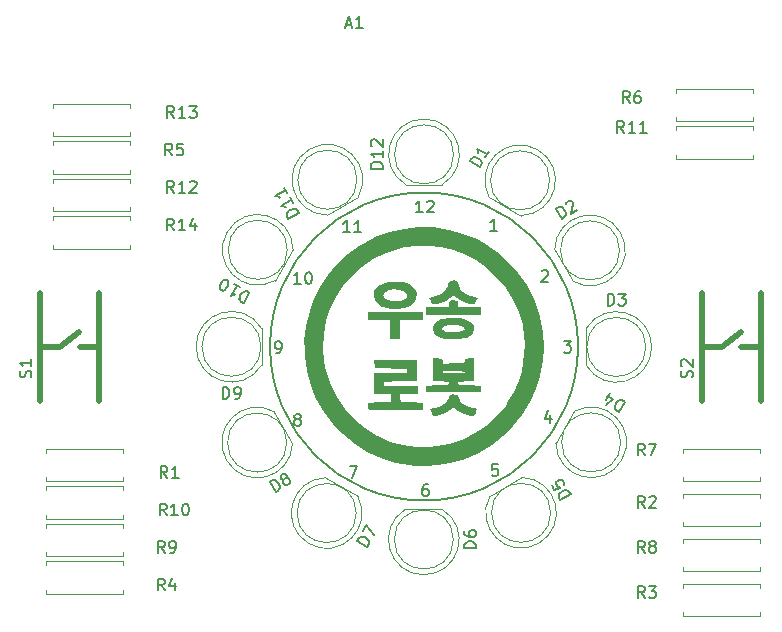
<source format=gbr>
%TF.GenerationSoftware,KiCad,Pcbnew,(6.0.7)*%
%TF.CreationDate,2022-08-22T17:26:44+09:00*%
%TF.ProjectId,LedRouletteShield,4c656452-6f75-46c6-9574-746553686965,rev?*%
%TF.SameCoordinates,Original*%
%TF.FileFunction,Legend,Top*%
%TF.FilePolarity,Positive*%
%FSLAX46Y46*%
G04 Gerber Fmt 4.6, Leading zero omitted, Abs format (unit mm)*
G04 Created by KiCad (PCBNEW (6.0.7)) date 2022-08-22 17:26:44*
%MOMM*%
%LPD*%
G01*
G04 APERTURE LIST*
%ADD10C,0.150000*%
%ADD11C,0.120000*%
%ADD12C,0.500000*%
G04 APERTURE END LIST*
D10*
X191038405Y-56000000D02*
G75*
G03*
X191038405Y-56000000I-13038405J0D01*
G01*
X184175714Y-46192380D02*
X183604285Y-46192380D01*
X183890000Y-46192380D02*
X183890000Y-45192380D01*
X183794761Y-45335238D01*
X183699523Y-45430476D01*
X183604285Y-45478095D01*
X178310476Y-67662380D02*
X178120000Y-67662380D01*
X178024761Y-67710000D01*
X177977142Y-67757619D01*
X177881904Y-67900476D01*
X177834285Y-68090952D01*
X177834285Y-68471904D01*
X177881904Y-68567142D01*
X177929523Y-68614761D01*
X178024761Y-68662380D01*
X178215238Y-68662380D01*
X178310476Y-68614761D01*
X178358095Y-68567142D01*
X178405714Y-68471904D01*
X178405714Y-68233809D01*
X178358095Y-68138571D01*
X178310476Y-68090952D01*
X178215238Y-68043333D01*
X178024761Y-68043333D01*
X177929523Y-68090952D01*
X177881904Y-68138571D01*
X177834285Y-68233809D01*
X167204761Y-62160952D02*
X167109523Y-62113333D01*
X167061904Y-62065714D01*
X167014285Y-61970476D01*
X167014285Y-61922857D01*
X167061904Y-61827619D01*
X167109523Y-61780000D01*
X167204761Y-61732380D01*
X167395238Y-61732380D01*
X167490476Y-61780000D01*
X167538095Y-61827619D01*
X167585714Y-61922857D01*
X167585714Y-61970476D01*
X167538095Y-62065714D01*
X167490476Y-62113333D01*
X167395238Y-62160952D01*
X167204761Y-62160952D01*
X167109523Y-62208571D01*
X167061904Y-62256190D01*
X167014285Y-62351428D01*
X167014285Y-62541904D01*
X167061904Y-62637142D01*
X167109523Y-62684761D01*
X167204761Y-62732380D01*
X167395238Y-62732380D01*
X167490476Y-62684761D01*
X167538095Y-62637142D01*
X167585714Y-62541904D01*
X167585714Y-62351428D01*
X167538095Y-62256190D01*
X167490476Y-62208571D01*
X167395238Y-62160952D01*
X165459523Y-56572380D02*
X165650000Y-56572380D01*
X165745238Y-56524761D01*
X165792857Y-56477142D01*
X165888095Y-56334285D01*
X165935714Y-56143809D01*
X165935714Y-55762857D01*
X165888095Y-55667619D01*
X165840476Y-55620000D01*
X165745238Y-55572380D01*
X165554761Y-55572380D01*
X165459523Y-55620000D01*
X165411904Y-55667619D01*
X165364285Y-55762857D01*
X165364285Y-56000952D01*
X165411904Y-56096190D01*
X165459523Y-56143809D01*
X165554761Y-56191428D01*
X165745238Y-56191428D01*
X165840476Y-56143809D01*
X165888095Y-56096190D01*
X165935714Y-56000952D01*
X167549523Y-50692380D02*
X166978095Y-50692380D01*
X167263809Y-50692380D02*
X167263809Y-49692380D01*
X167168571Y-49835238D01*
X167073333Y-49930476D01*
X166978095Y-49978095D01*
X168168571Y-49692380D02*
X168263809Y-49692380D01*
X168359047Y-49740000D01*
X168406666Y-49787619D01*
X168454285Y-49882857D01*
X168501904Y-50073333D01*
X168501904Y-50311428D01*
X168454285Y-50501904D01*
X168406666Y-50597142D01*
X168359047Y-50644761D01*
X168263809Y-50692380D01*
X168168571Y-50692380D01*
X168073333Y-50644761D01*
X168025714Y-50597142D01*
X167978095Y-50501904D01*
X167930476Y-50311428D01*
X167930476Y-50073333D01*
X167978095Y-49882857D01*
X168025714Y-49787619D01*
X168073333Y-49740000D01*
X168168571Y-49692380D01*
X171729523Y-46302380D02*
X171158095Y-46302380D01*
X171443809Y-46302380D02*
X171443809Y-45302380D01*
X171348571Y-45445238D01*
X171253333Y-45540476D01*
X171158095Y-45588095D01*
X172681904Y-46302380D02*
X172110476Y-46302380D01*
X172396190Y-46302380D02*
X172396190Y-45302380D01*
X172300952Y-45445238D01*
X172205714Y-45540476D01*
X172110476Y-45588095D01*
X171696666Y-66122380D02*
X172363333Y-66122380D01*
X171934761Y-67122380D01*
X184238095Y-65962380D02*
X183761904Y-65962380D01*
X183714285Y-66438571D01*
X183761904Y-66390952D01*
X183857142Y-66343333D01*
X184095238Y-66343333D01*
X184190476Y-66390952D01*
X184238095Y-66438571D01*
X184285714Y-66533809D01*
X184285714Y-66771904D01*
X184238095Y-66867142D01*
X184190476Y-66914761D01*
X184095238Y-66962380D01*
X183857142Y-66962380D01*
X183761904Y-66914761D01*
X183714285Y-66867142D01*
X177879523Y-44652380D02*
X177308095Y-44652380D01*
X177593809Y-44652380D02*
X177593809Y-43652380D01*
X177498571Y-43795238D01*
X177403333Y-43890476D01*
X177308095Y-43938095D01*
X178260476Y-43747619D02*
X178308095Y-43700000D01*
X178403333Y-43652380D01*
X178641428Y-43652380D01*
X178736666Y-43700000D01*
X178784285Y-43747619D01*
X178831904Y-43842857D01*
X178831904Y-43938095D01*
X178784285Y-44080952D01*
X178212857Y-44652380D01*
X178831904Y-44652380D01*
X188700476Y-61785714D02*
X188700476Y-62452380D01*
X188462380Y-61404761D02*
X188224285Y-62119047D01*
X188843333Y-62119047D01*
X187954285Y-49627619D02*
X188001904Y-49580000D01*
X188097142Y-49532380D01*
X188335238Y-49532380D01*
X188430476Y-49580000D01*
X188478095Y-49627619D01*
X188525714Y-49722857D01*
X188525714Y-49818095D01*
X188478095Y-49960952D01*
X187906666Y-50532380D01*
X188525714Y-50532380D01*
X189826666Y-55522380D02*
X190445714Y-55522380D01*
X190112380Y-55903333D01*
X190255238Y-55903333D01*
X190350476Y-55950952D01*
X190398095Y-55998571D01*
X190445714Y-56093809D01*
X190445714Y-56331904D01*
X190398095Y-56427142D01*
X190350476Y-56474761D01*
X190255238Y-56522380D01*
X189969523Y-56522380D01*
X189874285Y-56474761D01*
X189826666Y-56427142D01*
%TO.C,A1*%
X171370714Y-28741666D02*
X171846904Y-28741666D01*
X171275476Y-29027380D02*
X171608809Y-28027380D01*
X171942142Y-29027380D01*
X172799285Y-29027380D02*
X172227857Y-29027380D01*
X172513571Y-29027380D02*
X172513571Y-28027380D01*
X172418333Y-28170238D01*
X172323095Y-28265476D01*
X172227857Y-28313095D01*
%TO.C,R9*%
X156043333Y-73477380D02*
X155710000Y-73001190D01*
X155471904Y-73477380D02*
X155471904Y-72477380D01*
X155852857Y-72477380D01*
X155948095Y-72525000D01*
X155995714Y-72572619D01*
X156043333Y-72667857D01*
X156043333Y-72810714D01*
X155995714Y-72905952D01*
X155948095Y-72953571D01*
X155852857Y-73001190D01*
X155471904Y-73001190D01*
X156519523Y-73477380D02*
X156710000Y-73477380D01*
X156805238Y-73429761D01*
X156852857Y-73382142D01*
X156948095Y-73239285D01*
X156995714Y-73048809D01*
X156995714Y-72667857D01*
X156948095Y-72572619D01*
X156900476Y-72525000D01*
X156805238Y-72477380D01*
X156614761Y-72477380D01*
X156519523Y-72525000D01*
X156471904Y-72572619D01*
X156424285Y-72667857D01*
X156424285Y-72905952D01*
X156471904Y-73001190D01*
X156519523Y-73048809D01*
X156614761Y-73096428D01*
X156805238Y-73096428D01*
X156900476Y-73048809D01*
X156948095Y-73001190D01*
X156995714Y-72905952D01*
%TO.C,D10*%
X163217940Y-51459830D02*
X162717940Y-52325855D01*
X162511744Y-52206808D01*
X162411835Y-52094140D01*
X162376976Y-51964042D01*
X162383356Y-51857754D01*
X162437354Y-51668987D01*
X162508783Y-51545269D01*
X162645260Y-51404122D01*
X162734119Y-51345453D01*
X162864216Y-51310593D01*
X163011744Y-51340782D01*
X163217940Y-51459830D01*
X161898282Y-50697925D02*
X162393154Y-50983639D01*
X162145718Y-50840782D02*
X161645718Y-51706808D01*
X161799626Y-51630709D01*
X161929723Y-51595849D01*
X162036011Y-51602229D01*
X160862172Y-51254427D02*
X160779693Y-51206808D01*
X160721024Y-51117949D01*
X160703594Y-51052901D01*
X160709974Y-50946612D01*
X160763973Y-50757846D01*
X160883020Y-50551649D01*
X161019498Y-50410501D01*
X161108356Y-50351832D01*
X161173405Y-50334403D01*
X161279693Y-50340782D01*
X161362172Y-50388401D01*
X161420841Y-50477260D01*
X161438270Y-50542309D01*
X161431891Y-50648597D01*
X161377892Y-50837363D01*
X161258844Y-51043560D01*
X161122367Y-51184708D01*
X161033508Y-51243377D01*
X160968460Y-51260807D01*
X160862172Y-51254427D01*
%TO.C,S2*%
X200704761Y-58611904D02*
X200752380Y-58469047D01*
X200752380Y-58230952D01*
X200704761Y-58135714D01*
X200657142Y-58088095D01*
X200561904Y-58040476D01*
X200466666Y-58040476D01*
X200371428Y-58088095D01*
X200323809Y-58135714D01*
X200276190Y-58230952D01*
X200228571Y-58421428D01*
X200180952Y-58516666D01*
X200133333Y-58564285D01*
X200038095Y-58611904D01*
X199942857Y-58611904D01*
X199847619Y-58564285D01*
X199800000Y-58516666D01*
X199752380Y-58421428D01*
X199752380Y-58183333D01*
X199800000Y-58040476D01*
X199847619Y-57659523D02*
X199800000Y-57611904D01*
X199752380Y-57516666D01*
X199752380Y-57278571D01*
X199800000Y-57183333D01*
X199847619Y-57135714D01*
X199942857Y-57088095D01*
X200038095Y-57088095D01*
X200180952Y-57135714D01*
X200752380Y-57707142D01*
X200752380Y-57088095D01*
%TO.C,R4*%
X156043333Y-76652380D02*
X155710000Y-76176190D01*
X155471904Y-76652380D02*
X155471904Y-75652380D01*
X155852857Y-75652380D01*
X155948095Y-75700000D01*
X155995714Y-75747619D01*
X156043333Y-75842857D01*
X156043333Y-75985714D01*
X155995714Y-76080952D01*
X155948095Y-76128571D01*
X155852857Y-76176190D01*
X155471904Y-76176190D01*
X156900476Y-75985714D02*
X156900476Y-76652380D01*
X156662380Y-75604761D02*
X156424285Y-76319047D01*
X157043333Y-76319047D01*
%TO.C,R7*%
X196683333Y-65222380D02*
X196350000Y-64746190D01*
X196111904Y-65222380D02*
X196111904Y-64222380D01*
X196492857Y-64222380D01*
X196588095Y-64270000D01*
X196635714Y-64317619D01*
X196683333Y-64412857D01*
X196683333Y-64555714D01*
X196635714Y-64650952D01*
X196588095Y-64698571D01*
X196492857Y-64746190D01*
X196111904Y-64746190D01*
X197016666Y-64222380D02*
X197683333Y-64222380D01*
X197254761Y-65222380D01*
%TO.C,R11*%
X194937142Y-37917380D02*
X194603809Y-37441190D01*
X194365714Y-37917380D02*
X194365714Y-36917380D01*
X194746666Y-36917380D01*
X194841904Y-36965000D01*
X194889523Y-37012619D01*
X194937142Y-37107857D01*
X194937142Y-37250714D01*
X194889523Y-37345952D01*
X194841904Y-37393571D01*
X194746666Y-37441190D01*
X194365714Y-37441190D01*
X195889523Y-37917380D02*
X195318095Y-37917380D01*
X195603809Y-37917380D02*
X195603809Y-36917380D01*
X195508571Y-37060238D01*
X195413333Y-37155476D01*
X195318095Y-37203095D01*
X196841904Y-37917380D02*
X196270476Y-37917380D01*
X196556190Y-37917380D02*
X196556190Y-36917380D01*
X196460952Y-37060238D01*
X196365714Y-37155476D01*
X196270476Y-37203095D01*
%TO.C,D12*%
X174492380Y-40944285D02*
X173492380Y-40944285D01*
X173492380Y-40706190D01*
X173540000Y-40563333D01*
X173635238Y-40468095D01*
X173730476Y-40420476D01*
X173920952Y-40372857D01*
X174063809Y-40372857D01*
X174254285Y-40420476D01*
X174349523Y-40468095D01*
X174444761Y-40563333D01*
X174492380Y-40706190D01*
X174492380Y-40944285D01*
X174492380Y-39420476D02*
X174492380Y-39991904D01*
X174492380Y-39706190D02*
X173492380Y-39706190D01*
X173635238Y-39801428D01*
X173730476Y-39896666D01*
X173778095Y-39991904D01*
X173587619Y-39039523D02*
X173540000Y-38991904D01*
X173492380Y-38896666D01*
X173492380Y-38658571D01*
X173540000Y-38563333D01*
X173587619Y-38515714D01*
X173682857Y-38468095D01*
X173778095Y-38468095D01*
X173920952Y-38515714D01*
X174492380Y-39087142D01*
X174492380Y-38468095D01*
%TO.C,R1*%
X156268333Y-67127380D02*
X155935000Y-66651190D01*
X155696904Y-67127380D02*
X155696904Y-66127380D01*
X156077857Y-66127380D01*
X156173095Y-66175000D01*
X156220714Y-66222619D01*
X156268333Y-66317857D01*
X156268333Y-66460714D01*
X156220714Y-66555952D01*
X156173095Y-66603571D01*
X156077857Y-66651190D01*
X155696904Y-66651190D01*
X157220714Y-67127380D02*
X156649285Y-67127380D01*
X156935000Y-67127380D02*
X156935000Y-66127380D01*
X156839761Y-66270238D01*
X156744523Y-66365476D01*
X156649285Y-66413095D01*
%TO.C,S1*%
X144704761Y-58611904D02*
X144752380Y-58469047D01*
X144752380Y-58230952D01*
X144704761Y-58135714D01*
X144657142Y-58088095D01*
X144561904Y-58040476D01*
X144466666Y-58040476D01*
X144371428Y-58088095D01*
X144323809Y-58135714D01*
X144276190Y-58230952D01*
X144228571Y-58421428D01*
X144180952Y-58516666D01*
X144133333Y-58564285D01*
X144038095Y-58611904D01*
X143942857Y-58611904D01*
X143847619Y-58564285D01*
X143800000Y-58516666D01*
X143752380Y-58421428D01*
X143752380Y-58183333D01*
X143800000Y-58040476D01*
X144752380Y-57088095D02*
X144752380Y-57659523D01*
X144752380Y-57373809D02*
X143752380Y-57373809D01*
X143895238Y-57469047D01*
X143990476Y-57564285D01*
X144038095Y-57659523D01*
%TO.C,D4*%
X194995251Y-60662813D02*
X194495251Y-61528838D01*
X194289055Y-61409791D01*
X194189146Y-61297123D01*
X194154287Y-61167025D01*
X194160666Y-61060737D01*
X194214665Y-60871970D01*
X194286094Y-60748252D01*
X194422571Y-60607104D01*
X194511430Y-60548435D01*
X194641527Y-60513576D01*
X194789055Y-60543765D01*
X194995251Y-60662813D01*
X193424739Y-60525877D02*
X193758072Y-59948527D01*
X193440459Y-60974839D02*
X194003798Y-60475297D01*
X193467687Y-60165774D01*
%TO.C,D7*%
X173207186Y-72945251D02*
X172341161Y-72445251D01*
X172460208Y-72239055D01*
X172572876Y-72139146D01*
X172702974Y-72104287D01*
X172809262Y-72110666D01*
X172998029Y-72164665D01*
X173121747Y-72236094D01*
X173262895Y-72372571D01*
X173321564Y-72461430D01*
X173356423Y-72591527D01*
X173326234Y-72739055D01*
X173207186Y-72945251D01*
X172793542Y-71661704D02*
X173126875Y-71084354D01*
X173778615Y-71955508D01*
%TO.C,R10*%
X156202142Y-70302380D02*
X155868809Y-69826190D01*
X155630714Y-70302380D02*
X155630714Y-69302380D01*
X156011666Y-69302380D01*
X156106904Y-69350000D01*
X156154523Y-69397619D01*
X156202142Y-69492857D01*
X156202142Y-69635714D01*
X156154523Y-69730952D01*
X156106904Y-69778571D01*
X156011666Y-69826190D01*
X155630714Y-69826190D01*
X157154523Y-70302380D02*
X156583095Y-70302380D01*
X156868809Y-70302380D02*
X156868809Y-69302380D01*
X156773571Y-69445238D01*
X156678333Y-69540476D01*
X156583095Y-69588095D01*
X157773571Y-69302380D02*
X157868809Y-69302380D01*
X157964047Y-69350000D01*
X158011666Y-69397619D01*
X158059285Y-69492857D01*
X158106904Y-69683333D01*
X158106904Y-69921428D01*
X158059285Y-70111904D01*
X158011666Y-70207142D01*
X157964047Y-70254761D01*
X157868809Y-70302380D01*
X157773571Y-70302380D01*
X157678333Y-70254761D01*
X157630714Y-70207142D01*
X157583095Y-70111904D01*
X157535476Y-69921428D01*
X157535476Y-69683333D01*
X157583095Y-69492857D01*
X157630714Y-69397619D01*
X157678333Y-69350000D01*
X157773571Y-69302380D01*
%TO.C,D8*%
X165437129Y-68325282D02*
X164937129Y-67459256D01*
X165143325Y-67340208D01*
X165290853Y-67310019D01*
X165420950Y-67344879D01*
X165509809Y-67403548D01*
X165646286Y-67544696D01*
X165717715Y-67668413D01*
X165771713Y-67857180D01*
X165778093Y-67963468D01*
X165743234Y-68093566D01*
X165643325Y-68206234D01*
X165437129Y-68325282D01*
X166141158Y-67258981D02*
X166034870Y-67265361D01*
X165969821Y-67247931D01*
X165880962Y-67189262D01*
X165857153Y-67148023D01*
X165850773Y-67041735D01*
X165868203Y-66976686D01*
X165926872Y-66887828D01*
X166091829Y-66792589D01*
X166198117Y-66786210D01*
X166263166Y-66803639D01*
X166352025Y-66862309D01*
X166375834Y-66903548D01*
X166382214Y-67009836D01*
X166364784Y-67074885D01*
X166306115Y-67163743D01*
X166141158Y-67258981D01*
X166082489Y-67347840D01*
X166065059Y-67412888D01*
X166071439Y-67519177D01*
X166166677Y-67684134D01*
X166255535Y-67742803D01*
X166320584Y-67760233D01*
X166426872Y-67753853D01*
X166591829Y-67658615D01*
X166650498Y-67569756D01*
X166667928Y-67504708D01*
X166661548Y-67398420D01*
X166566310Y-67233462D01*
X166477452Y-67174793D01*
X166412403Y-67157363D01*
X166306115Y-67163743D01*
%TO.C,D1*%
X182728264Y-40815547D02*
X181862239Y-40315547D01*
X181981286Y-40109351D01*
X182093954Y-40009442D01*
X182224052Y-39974583D01*
X182330340Y-39980962D01*
X182519107Y-40034961D01*
X182642825Y-40106390D01*
X182783973Y-40242867D01*
X182842642Y-40331726D01*
X182877501Y-40461823D01*
X182847312Y-40609351D01*
X182728264Y-40815547D01*
X183490169Y-39495889D02*
X183204455Y-39990761D01*
X183347312Y-39743325D02*
X182481286Y-39243325D01*
X182557385Y-39397232D01*
X182592245Y-39527330D01*
X182585865Y-39633618D01*
%TO.C,R5*%
X156678333Y-39822380D02*
X156345000Y-39346190D01*
X156106904Y-39822380D02*
X156106904Y-38822380D01*
X156487857Y-38822380D01*
X156583095Y-38870000D01*
X156630714Y-38917619D01*
X156678333Y-39012857D01*
X156678333Y-39155714D01*
X156630714Y-39250952D01*
X156583095Y-39298571D01*
X156487857Y-39346190D01*
X156106904Y-39346190D01*
X157583095Y-38822380D02*
X157106904Y-38822380D01*
X157059285Y-39298571D01*
X157106904Y-39250952D01*
X157202142Y-39203333D01*
X157440238Y-39203333D01*
X157535476Y-39250952D01*
X157583095Y-39298571D01*
X157630714Y-39393809D01*
X157630714Y-39631904D01*
X157583095Y-39727142D01*
X157535476Y-39774761D01*
X157440238Y-39822380D01*
X157202142Y-39822380D01*
X157106904Y-39774761D01*
X157059285Y-39727142D01*
%TO.C,R12*%
X156837142Y-42997380D02*
X156503809Y-42521190D01*
X156265714Y-42997380D02*
X156265714Y-41997380D01*
X156646666Y-41997380D01*
X156741904Y-42045000D01*
X156789523Y-42092619D01*
X156837142Y-42187857D01*
X156837142Y-42330714D01*
X156789523Y-42425952D01*
X156741904Y-42473571D01*
X156646666Y-42521190D01*
X156265714Y-42521190D01*
X157789523Y-42997380D02*
X157218095Y-42997380D01*
X157503809Y-42997380D02*
X157503809Y-41997380D01*
X157408571Y-42140238D01*
X157313333Y-42235476D01*
X157218095Y-42283095D01*
X158170476Y-42092619D02*
X158218095Y-42045000D01*
X158313333Y-41997380D01*
X158551428Y-41997380D01*
X158646666Y-42045000D01*
X158694285Y-42092619D01*
X158741904Y-42187857D01*
X158741904Y-42283095D01*
X158694285Y-42425952D01*
X158122857Y-42997380D01*
X158741904Y-42997380D01*
%TO.C,D2*%
X189656833Y-45196360D02*
X189156833Y-44330334D01*
X189363029Y-44211286D01*
X189510557Y-44181097D01*
X189640654Y-44215957D01*
X189729513Y-44274626D01*
X189865990Y-44415774D01*
X189937419Y-44539491D01*
X189991417Y-44728258D01*
X189997797Y-44834546D01*
X189962938Y-44964644D01*
X189863029Y-45077312D01*
X189656833Y-45196360D01*
X190029238Y-43936622D02*
X190046668Y-43871573D01*
X190105337Y-43782715D01*
X190311533Y-43663667D01*
X190417821Y-43657288D01*
X190482870Y-43674717D01*
X190571729Y-43733387D01*
X190619348Y-43815865D01*
X190649537Y-43963393D01*
X190440380Y-44743979D01*
X190976491Y-44434455D01*
%TO.C,R6*%
X195413333Y-35377380D02*
X195080000Y-34901190D01*
X194841904Y-35377380D02*
X194841904Y-34377380D01*
X195222857Y-34377380D01*
X195318095Y-34425000D01*
X195365714Y-34472619D01*
X195413333Y-34567857D01*
X195413333Y-34710714D01*
X195365714Y-34805952D01*
X195318095Y-34853571D01*
X195222857Y-34901190D01*
X194841904Y-34901190D01*
X196270476Y-34377380D02*
X196080000Y-34377380D01*
X195984761Y-34425000D01*
X195937142Y-34472619D01*
X195841904Y-34615476D01*
X195794285Y-34805952D01*
X195794285Y-35186904D01*
X195841904Y-35282142D01*
X195889523Y-35329761D01*
X195984761Y-35377380D01*
X196175238Y-35377380D01*
X196270476Y-35329761D01*
X196318095Y-35282142D01*
X196365714Y-35186904D01*
X196365714Y-34948809D01*
X196318095Y-34853571D01*
X196270476Y-34805952D01*
X196175238Y-34758333D01*
X195984761Y-34758333D01*
X195889523Y-34805952D01*
X195841904Y-34853571D01*
X195794285Y-34948809D01*
%TO.C,D6*%
X182392380Y-73078095D02*
X181392380Y-73078095D01*
X181392380Y-72840000D01*
X181440000Y-72697142D01*
X181535238Y-72601904D01*
X181630476Y-72554285D01*
X181820952Y-72506666D01*
X181963809Y-72506666D01*
X182154285Y-72554285D01*
X182249523Y-72601904D01*
X182344761Y-72697142D01*
X182392380Y-72840000D01*
X182392380Y-73078095D01*
X181392380Y-71649523D02*
X181392380Y-71840000D01*
X181440000Y-71935238D01*
X181487619Y-71982857D01*
X181630476Y-72078095D01*
X181820952Y-72125714D01*
X182201904Y-72125714D01*
X182297142Y-72078095D01*
X182344761Y-72030476D01*
X182392380Y-71935238D01*
X182392380Y-71744761D01*
X182344761Y-71649523D01*
X182297142Y-71601904D01*
X182201904Y-71554285D01*
X181963809Y-71554285D01*
X181868571Y-71601904D01*
X181820952Y-71649523D01*
X181773333Y-71744761D01*
X181773333Y-71935238D01*
X181820952Y-72030476D01*
X181868571Y-72078095D01*
X181963809Y-72125714D01*
%TO.C,R13*%
X156837142Y-36647380D02*
X156503809Y-36171190D01*
X156265714Y-36647380D02*
X156265714Y-35647380D01*
X156646666Y-35647380D01*
X156741904Y-35695000D01*
X156789523Y-35742619D01*
X156837142Y-35837857D01*
X156837142Y-35980714D01*
X156789523Y-36075952D01*
X156741904Y-36123571D01*
X156646666Y-36171190D01*
X156265714Y-36171190D01*
X157789523Y-36647380D02*
X157218095Y-36647380D01*
X157503809Y-36647380D02*
X157503809Y-35647380D01*
X157408571Y-35790238D01*
X157313333Y-35885476D01*
X157218095Y-35933095D01*
X158122857Y-35647380D02*
X158741904Y-35647380D01*
X158408571Y-36028333D01*
X158551428Y-36028333D01*
X158646666Y-36075952D01*
X158694285Y-36123571D01*
X158741904Y-36218809D01*
X158741904Y-36456904D01*
X158694285Y-36552142D01*
X158646666Y-36599761D01*
X158551428Y-36647380D01*
X158265714Y-36647380D01*
X158170476Y-36599761D01*
X158122857Y-36552142D01*
%TO.C,D9*%
X160956904Y-60432380D02*
X160956904Y-59432380D01*
X161195000Y-59432380D01*
X161337857Y-59480000D01*
X161433095Y-59575238D01*
X161480714Y-59670476D01*
X161528333Y-59860952D01*
X161528333Y-60003809D01*
X161480714Y-60194285D01*
X161433095Y-60289523D01*
X161337857Y-60384761D01*
X161195000Y-60432380D01*
X160956904Y-60432380D01*
X162004523Y-60432380D02*
X162195000Y-60432380D01*
X162290238Y-60384761D01*
X162337857Y-60337142D01*
X162433095Y-60194285D01*
X162480714Y-60003809D01*
X162480714Y-59622857D01*
X162433095Y-59527619D01*
X162385476Y-59480000D01*
X162290238Y-59432380D01*
X162099761Y-59432380D01*
X162004523Y-59480000D01*
X161956904Y-59527619D01*
X161909285Y-59622857D01*
X161909285Y-59860952D01*
X161956904Y-59956190D01*
X162004523Y-60003809D01*
X162099761Y-60051428D01*
X162290238Y-60051428D01*
X162385476Y-60003809D01*
X162433095Y-59956190D01*
X162480714Y-59860952D01*
%TO.C,R14*%
X156837142Y-46172380D02*
X156503809Y-45696190D01*
X156265714Y-46172380D02*
X156265714Y-45172380D01*
X156646666Y-45172380D01*
X156741904Y-45220000D01*
X156789523Y-45267619D01*
X156837142Y-45362857D01*
X156837142Y-45505714D01*
X156789523Y-45600952D01*
X156741904Y-45648571D01*
X156646666Y-45696190D01*
X156265714Y-45696190D01*
X157789523Y-46172380D02*
X157218095Y-46172380D01*
X157503809Y-46172380D02*
X157503809Y-45172380D01*
X157408571Y-45315238D01*
X157313333Y-45410476D01*
X157218095Y-45458095D01*
X158646666Y-45505714D02*
X158646666Y-46172380D01*
X158408571Y-45124761D02*
X158170476Y-45839047D01*
X158789523Y-45839047D01*
%TO.C,D5*%
X190405282Y-68512870D02*
X189539256Y-69012870D01*
X189420208Y-68806674D01*
X189390019Y-68659146D01*
X189424879Y-68529049D01*
X189483548Y-68440190D01*
X189624696Y-68303713D01*
X189748413Y-68232284D01*
X189937180Y-68178286D01*
X190043468Y-68171906D01*
X190173566Y-68206765D01*
X190286234Y-68306674D01*
X190405282Y-68512870D01*
X188801161Y-67734452D02*
X189039256Y-68146845D01*
X189475459Y-67949989D01*
X189410410Y-67932559D01*
X189321552Y-67873890D01*
X189202504Y-67667694D01*
X189196124Y-67561405D01*
X189213554Y-67496357D01*
X189272223Y-67407498D01*
X189478420Y-67288451D01*
X189584708Y-67282071D01*
X189649756Y-67299501D01*
X189738615Y-67358170D01*
X189857662Y-67564366D01*
X189864042Y-67670654D01*
X189846612Y-67735703D01*
%TO.C,R3*%
X196683333Y-77287380D02*
X196350000Y-76811190D01*
X196111904Y-77287380D02*
X196111904Y-76287380D01*
X196492857Y-76287380D01*
X196588095Y-76335000D01*
X196635714Y-76382619D01*
X196683333Y-76477857D01*
X196683333Y-76620714D01*
X196635714Y-76715952D01*
X196588095Y-76763571D01*
X196492857Y-76811190D01*
X196111904Y-76811190D01*
X197016666Y-76287380D02*
X197635714Y-76287380D01*
X197302380Y-76668333D01*
X197445238Y-76668333D01*
X197540476Y-76715952D01*
X197588095Y-76763571D01*
X197635714Y-76858809D01*
X197635714Y-77096904D01*
X197588095Y-77192142D01*
X197540476Y-77239761D01*
X197445238Y-77287380D01*
X197159523Y-77287380D01*
X197064285Y-77239761D01*
X197016666Y-77192142D01*
%TO.C,R2*%
X196683333Y-69667380D02*
X196350000Y-69191190D01*
X196111904Y-69667380D02*
X196111904Y-68667380D01*
X196492857Y-68667380D01*
X196588095Y-68715000D01*
X196635714Y-68762619D01*
X196683333Y-68857857D01*
X196683333Y-69000714D01*
X196635714Y-69095952D01*
X196588095Y-69143571D01*
X196492857Y-69191190D01*
X196111904Y-69191190D01*
X197064285Y-68762619D02*
X197111904Y-68715000D01*
X197207142Y-68667380D01*
X197445238Y-68667380D01*
X197540476Y-68715000D01*
X197588095Y-68762619D01*
X197635714Y-68857857D01*
X197635714Y-68953095D01*
X197588095Y-69095952D01*
X197016666Y-69667380D01*
X197635714Y-69667380D01*
%TO.C,R8*%
X196683333Y-73477380D02*
X196350000Y-73001190D01*
X196111904Y-73477380D02*
X196111904Y-72477380D01*
X196492857Y-72477380D01*
X196588095Y-72525000D01*
X196635714Y-72572619D01*
X196683333Y-72667857D01*
X196683333Y-72810714D01*
X196635714Y-72905952D01*
X196588095Y-72953571D01*
X196492857Y-73001190D01*
X196111904Y-73001190D01*
X197254761Y-72905952D02*
X197159523Y-72858333D01*
X197111904Y-72810714D01*
X197064285Y-72715476D01*
X197064285Y-72667857D01*
X197111904Y-72572619D01*
X197159523Y-72525000D01*
X197254761Y-72477380D01*
X197445238Y-72477380D01*
X197540476Y-72525000D01*
X197588095Y-72572619D01*
X197635714Y-72667857D01*
X197635714Y-72715476D01*
X197588095Y-72810714D01*
X197540476Y-72858333D01*
X197445238Y-72905952D01*
X197254761Y-72905952D01*
X197159523Y-72953571D01*
X197111904Y-73001190D01*
X197064285Y-73096428D01*
X197064285Y-73286904D01*
X197111904Y-73382142D01*
X197159523Y-73429761D01*
X197254761Y-73477380D01*
X197445238Y-73477380D01*
X197540476Y-73429761D01*
X197588095Y-73382142D01*
X197635714Y-73286904D01*
X197635714Y-73096428D01*
X197588095Y-73001190D01*
X197540476Y-72953571D01*
X197445238Y-72905952D01*
%TO.C,D11*%
X167384455Y-44685559D02*
X166518429Y-45185559D01*
X166399382Y-44979363D01*
X166369192Y-44831835D01*
X166404052Y-44701738D01*
X166462721Y-44612879D01*
X166603869Y-44476402D01*
X166727587Y-44404973D01*
X166916353Y-44350975D01*
X167022642Y-44344595D01*
X167152739Y-44379454D01*
X167265407Y-44479363D01*
X167384455Y-44685559D01*
X166622550Y-43365902D02*
X166908264Y-43860773D01*
X166765407Y-43613337D02*
X165899382Y-44113337D01*
X166070719Y-44124387D01*
X166200816Y-44159247D01*
X166289675Y-44217916D01*
X166146360Y-42541115D02*
X166432074Y-43035987D01*
X166289217Y-42788551D02*
X165423191Y-43288551D01*
X165594528Y-43299601D01*
X165724626Y-43334461D01*
X165813484Y-43393130D01*
%TO.C,D3*%
X193541904Y-52532380D02*
X193541904Y-51532380D01*
X193780000Y-51532380D01*
X193922857Y-51580000D01*
X194018095Y-51675238D01*
X194065714Y-51770476D01*
X194113333Y-51960952D01*
X194113333Y-52103809D01*
X194065714Y-52294285D01*
X194018095Y-52389523D01*
X193922857Y-52484761D01*
X193780000Y-52532380D01*
X193541904Y-52532380D01*
X194446666Y-51532380D02*
X195065714Y-51532380D01*
X194732380Y-51913333D01*
X194875238Y-51913333D01*
X194970476Y-51960952D01*
X195018095Y-52008571D01*
X195065714Y-52103809D01*
X195065714Y-52341904D01*
X195018095Y-52437142D01*
X194970476Y-52484761D01*
X194875238Y-52532380D01*
X194589523Y-52532380D01*
X194494285Y-52484761D01*
X194446666Y-52437142D01*
D11*
%TO.C,R9*%
X145955000Y-71020000D02*
X145955000Y-71350000D01*
X152495000Y-73430000D02*
X152495000Y-73760000D01*
X145955000Y-73760000D02*
X145955000Y-73430000D01*
X152495000Y-71350000D02*
X152495000Y-71020000D01*
X152495000Y-73760000D02*
X145955000Y-73760000D01*
X152495000Y-71020000D02*
X145955000Y-71020000D01*
%TO.C,D10*%
X165364673Y-50433009D02*
X166909673Y-47756991D01*
X161330963Y-46319600D02*
G75*
G03*
X165364758Y-50432862I2589185J-1495400D01*
G01*
X166909588Y-47757138D02*
G75*
G03*
X161330501Y-46320400I-2989440J-57862D01*
G01*
X166420148Y-47815000D02*
G75*
G03*
X166420148Y-47815000I-2500000J0D01*
G01*
D12*
%TO.C,S2*%
X204850000Y-56050000D02*
X206350000Y-56050000D01*
X201700000Y-56050000D02*
X203200000Y-56050000D01*
X206500000Y-60650000D02*
X206500000Y-51450000D01*
X203200000Y-56050000D02*
X204800000Y-54750000D01*
X201500000Y-60650000D02*
X201500000Y-51450000D01*
D11*
%TO.C,R4*%
X152495000Y-76605000D02*
X152495000Y-76935000D01*
X152495000Y-74525000D02*
X152495000Y-74195000D01*
X145955000Y-76935000D02*
X145955000Y-76605000D01*
X152495000Y-74195000D02*
X145955000Y-74195000D01*
X152495000Y-76935000D02*
X145955000Y-76935000D01*
X145955000Y-74195000D02*
X145955000Y-74525000D01*
%TO.C,R7*%
X199930000Y-64670000D02*
X206470000Y-64670000D01*
X206470000Y-67410000D02*
X206470000Y-67080000D01*
X199930000Y-65000000D02*
X199930000Y-64670000D01*
X206470000Y-64670000D02*
X206470000Y-65000000D01*
X199930000Y-67410000D02*
X206470000Y-67410000D01*
X199930000Y-67080000D02*
X199930000Y-67410000D01*
%TO.C,R11*%
X199295000Y-40105000D02*
X205835000Y-40105000D01*
X205835000Y-40105000D02*
X205835000Y-39775000D01*
X199295000Y-37695000D02*
X199295000Y-37365000D01*
X205835000Y-37365000D02*
X205835000Y-37695000D01*
X199295000Y-39775000D02*
X199295000Y-40105000D01*
X199295000Y-37365000D02*
X205835000Y-37365000D01*
%TO.C,D12*%
X176455000Y-42290000D02*
X179545000Y-42290000D01*
X179544830Y-42290000D02*
G75*
G03*
X177999538Y-36740000I-1544830J2560000D01*
G01*
X178000462Y-36740000D02*
G75*
G03*
X176455170Y-42290000I-462J-2990000D01*
G01*
X180500000Y-39730000D02*
G75*
G03*
X180500000Y-39730000I-2500000J0D01*
G01*
%TO.C,R1*%
X152495000Y-65000000D02*
X152495000Y-64670000D01*
X145955000Y-67410000D02*
X145955000Y-67080000D01*
X152495000Y-67080000D02*
X152495000Y-67410000D01*
X152495000Y-67410000D02*
X145955000Y-67410000D01*
X152495000Y-64670000D02*
X145955000Y-64670000D01*
X145955000Y-64670000D02*
X145955000Y-65000000D01*
D12*
%TO.C,S1*%
X148850000Y-56050000D02*
X150350000Y-56050000D01*
X147200000Y-56050000D02*
X148800000Y-54750000D01*
X150500000Y-60650000D02*
X150500000Y-51450000D01*
X145500000Y-60650000D02*
X145500000Y-51450000D01*
X145700000Y-56050000D02*
X147200000Y-56050000D01*
D11*
%TO.C,D4*%
X190705327Y-61496991D02*
X189160327Y-64173009D01*
X189160412Y-64172862D02*
G75*
G03*
X194739499Y-65609600I2989440J57862D01*
G01*
X194739037Y-65610400D02*
G75*
G03*
X190705242Y-61497138I-2589185J1495400D01*
G01*
X194649852Y-64115000D02*
G75*
G03*
X194649852Y-64115000I-2500000J0D01*
G01*
%TO.C,D7*%
X172373009Y-68655327D02*
X169696991Y-67110327D01*
X169697138Y-67110412D02*
G75*
G03*
X168260400Y-72689499I57862J-2989440D01*
G01*
X168259600Y-72689037D02*
G75*
G03*
X172372862Y-68655242I1495400J2589185D01*
G01*
X172255000Y-70099852D02*
G75*
G03*
X172255000Y-70099852I-2500000J0D01*
G01*
%TO.C,R10*%
X152495000Y-67845000D02*
X145955000Y-67845000D01*
X145955000Y-67845000D02*
X145955000Y-68175000D01*
X152495000Y-70255000D02*
X152495000Y-70585000D01*
X145955000Y-70585000D02*
X145955000Y-70255000D01*
X152495000Y-70585000D02*
X145955000Y-70585000D01*
X152495000Y-68175000D02*
X152495000Y-67845000D01*
%TO.C,D8*%
X166859673Y-64193009D02*
X165314673Y-61516991D01*
X161280501Y-65629600D02*
G75*
G03*
X166859588Y-64192862I2589647J1494600D01*
G01*
X165314758Y-61517138D02*
G75*
G03*
X161280963Y-65630400I-1444610J-2617862D01*
G01*
X166370148Y-64135000D02*
G75*
G03*
X166370148Y-64135000I-2500000J0D01*
G01*
%TO.C,D1*%
X183516991Y-43374673D02*
X186193009Y-44919673D01*
X186192862Y-44919588D02*
G75*
G03*
X187629600Y-39340501I-57862J2989440D01*
G01*
X187630400Y-39340963D02*
G75*
G03*
X183517138Y-43374758I-1495400J-2589185D01*
G01*
X188635000Y-41930148D02*
G75*
G03*
X188635000Y-41930148I-2500000J0D01*
G01*
%TO.C,R5*%
X153130000Y-41375000D02*
X153130000Y-41045000D01*
X146590000Y-41375000D02*
X153130000Y-41375000D01*
X146590000Y-41045000D02*
X146590000Y-41375000D01*
X153130000Y-38635000D02*
X153130000Y-38965000D01*
X146590000Y-38635000D02*
X153130000Y-38635000D01*
X146590000Y-38965000D02*
X146590000Y-38635000D01*
%TO.C,G\u002A\u002A\u002A*%
G36*
X180726512Y-60074349D02*
G01*
X180846699Y-60126258D01*
X180905138Y-60251020D01*
X180920220Y-60314451D01*
X181058894Y-60595194D01*
X181322442Y-60857745D01*
X181666753Y-61073054D01*
X182047718Y-61212075D01*
X182339166Y-61248861D01*
X182445743Y-61258850D01*
X182477218Y-61314793D01*
X182436326Y-61457039D01*
X182365136Y-61631896D01*
X182269851Y-61822454D01*
X182162010Y-61890665D01*
X181976901Y-61875282D01*
X181962969Y-61872740D01*
X181604743Y-61774401D01*
X181226953Y-61620153D01*
X180898312Y-61441106D01*
X180731799Y-61315335D01*
X180540489Y-61135609D01*
X180179523Y-61394836D01*
X179932046Y-61541298D01*
X179611118Y-61690687D01*
X179275670Y-61819739D01*
X178984631Y-61905187D01*
X178832435Y-61926666D01*
X178759672Y-61856243D01*
X178663020Y-61681064D01*
X178636136Y-61619993D01*
X178554788Y-61420456D01*
X178510635Y-61302725D01*
X178508000Y-61292147D01*
X178582685Y-61267245D01*
X178770403Y-61229746D01*
X178862626Y-61214268D01*
X179289990Y-61094131D01*
X179658338Y-60893389D01*
X179936517Y-60637359D01*
X180093373Y-60351356D01*
X180116666Y-60195204D01*
X180163054Y-60108914D01*
X180323956Y-60069694D01*
X180490939Y-60064000D01*
X180726512Y-60074349D01*
G37*
G36*
X177389128Y-58053166D02*
G01*
X177365000Y-58921000D01*
X175989166Y-58944263D01*
X174613333Y-58967527D01*
X174613333Y-59386666D01*
X177492000Y-59386666D01*
X177492000Y-60064000D01*
X175957778Y-60064000D01*
X175984055Y-60381500D01*
X176010333Y-60699000D01*
X176967776Y-60722985D01*
X177925219Y-60746971D01*
X177899109Y-61061652D01*
X177873000Y-61376333D01*
X175623631Y-61398853D01*
X175022685Y-61402756D01*
X174477952Y-61402252D01*
X174012178Y-61397690D01*
X173648111Y-61389417D01*
X173408498Y-61377780D01*
X173316464Y-61363575D01*
X173276615Y-61246223D01*
X173258738Y-61040397D01*
X173258666Y-61026328D01*
X173258666Y-60746879D01*
X174211166Y-60722939D01*
X175163666Y-60699000D01*
X175189944Y-60381500D01*
X175216221Y-60064000D01*
X173766666Y-60064000D01*
X173766666Y-58286000D01*
X176560666Y-58286000D01*
X176560666Y-57866861D01*
X173809000Y-57820333D01*
X173756444Y-57185333D01*
X177413257Y-57185333D01*
X177389128Y-58053166D01*
G37*
G36*
X173872045Y-51155156D02*
G01*
X173889262Y-51126506D01*
X174140490Y-50882804D01*
X174517963Y-50694335D01*
X174985209Y-50569467D01*
X175505753Y-50516565D01*
X176043124Y-50543996D01*
X176265179Y-50581509D01*
X176686772Y-50722887D01*
X177036859Y-50943563D01*
X177285366Y-51216940D01*
X177402216Y-51516420D01*
X177407333Y-51591577D01*
X177344398Y-51980349D01*
X177149147Y-52291740D01*
X176811908Y-52535343D01*
X176323009Y-52720750D01*
X176248763Y-52740831D01*
X175861996Y-52826787D01*
X175542324Y-52851893D01*
X175199887Y-52818845D01*
X174979635Y-52778909D01*
X174474508Y-52624394D01*
X174091319Y-52390883D01*
X173843575Y-52090293D01*
X173744780Y-51734542D01*
X173743575Y-51688179D01*
X173748755Y-51648817D01*
X174541684Y-51648817D01*
X174591901Y-51795773D01*
X174761514Y-51993460D01*
X174969857Y-52099434D01*
X175256477Y-52148043D01*
X175603142Y-52152247D01*
X175951301Y-52117527D01*
X176242400Y-52049365D01*
X176406104Y-51964965D01*
X176529049Y-51773416D01*
X176560666Y-51622224D01*
X176481212Y-51435076D01*
X176255441Y-51292843D01*
X175902240Y-51203268D01*
X175467440Y-51174000D01*
X175145365Y-51188577D01*
X174927066Y-51243920D01*
X174748601Y-51357448D01*
X174726931Y-51375718D01*
X174576060Y-51525463D01*
X174541684Y-51648817D01*
X173748755Y-51648817D01*
X173780775Y-51405525D01*
X173872045Y-51155156D01*
G37*
G36*
X168019684Y-54247072D02*
G01*
X168333480Y-52965285D01*
X168693245Y-51975623D01*
X169211161Y-50940411D01*
X169875488Y-49951766D01*
X170665207Y-49030941D01*
X171559300Y-48199189D01*
X172536747Y-47477763D01*
X173576530Y-46887916D01*
X173851333Y-46760132D01*
X175067292Y-46309874D01*
X176316555Y-46019255D01*
X177583267Y-45887451D01*
X178851577Y-45913635D01*
X180105631Y-46096982D01*
X181329577Y-46436666D01*
X182507561Y-46931861D01*
X183080000Y-47240800D01*
X184156031Y-47964062D01*
X185124674Y-48812050D01*
X185975870Y-49771452D01*
X186699563Y-50828957D01*
X187285695Y-51971254D01*
X187724211Y-53185032D01*
X187810680Y-53502333D01*
X188048232Y-54762118D01*
X188123907Y-56016666D01*
X188044568Y-57253386D01*
X187817080Y-58459686D01*
X187448306Y-59622972D01*
X186945111Y-60730654D01*
X186314359Y-61770139D01*
X185562914Y-62728834D01*
X184697641Y-63594147D01*
X183725403Y-64353487D01*
X182653064Y-64994261D01*
X181487489Y-65503876D01*
X181217333Y-65597770D01*
X180228518Y-65866474D01*
X179181286Y-66044218D01*
X178131371Y-66125018D01*
X177134504Y-66102888D01*
X176814666Y-66070495D01*
X175545392Y-65830278D01*
X174331176Y-65437709D01*
X173184279Y-64902603D01*
X172116959Y-64234772D01*
X171141476Y-63444031D01*
X170270091Y-62540193D01*
X169515062Y-61533072D01*
X168888650Y-60432481D01*
X168445242Y-59370896D01*
X168086396Y-58100760D01*
X167895969Y-56819970D01*
X167883404Y-56091273D01*
X169458450Y-56091273D01*
X169553773Y-57250614D01*
X169730126Y-58117638D01*
X170104390Y-59242101D01*
X170627623Y-60297694D01*
X171288539Y-61270243D01*
X172075848Y-62145572D01*
X172978263Y-62909507D01*
X173984497Y-63547871D01*
X174105333Y-63612057D01*
X175119703Y-64048470D01*
X176207265Y-64346838D01*
X177338860Y-64504014D01*
X178485327Y-64516851D01*
X179617507Y-64382205D01*
X180148145Y-64264050D01*
X181256939Y-63891042D01*
X182303458Y-63366641D01*
X183271813Y-62702307D01*
X184146116Y-61909504D01*
X184910479Y-60999694D01*
X185148422Y-60656756D01*
X185615717Y-59867419D01*
X185976434Y-59063970D01*
X186263118Y-58173258D01*
X186278090Y-58117638D01*
X186413676Y-57432327D01*
X186491415Y-56646967D01*
X186510164Y-55821065D01*
X186468778Y-55014132D01*
X186366114Y-54285674D01*
X186352980Y-54222000D01*
X186028673Y-53095953D01*
X185555696Y-52035961D01*
X184946014Y-51054513D01*
X184211595Y-50164097D01*
X183364407Y-49377202D01*
X182416415Y-48706317D01*
X181379586Y-48163932D01*
X180265889Y-47762535D01*
X180126792Y-47724206D01*
X179777145Y-47636761D01*
X179465904Y-47576099D01*
X179147205Y-47537539D01*
X178775182Y-47516397D01*
X178303967Y-47507993D01*
X178000000Y-47507102D01*
X177457052Y-47510722D01*
X177037643Y-47524672D01*
X176696075Y-47553587D01*
X176386650Y-47602102D01*
X176063669Y-47674852D01*
X175882361Y-47721884D01*
X174747723Y-48106908D01*
X173702679Y-48625802D01*
X172754654Y-49266026D01*
X171911068Y-50015037D01*
X171179345Y-50860293D01*
X170566906Y-51789252D01*
X170081175Y-52789371D01*
X169729574Y-53848110D01*
X169519524Y-54952924D01*
X169458450Y-56091273D01*
X167883404Y-56091273D01*
X167873790Y-55533687D01*
X168019684Y-54247072D01*
G37*
G36*
X177915333Y-53798666D02*
G01*
X175968000Y-53798666D01*
X175968000Y-55407333D01*
X175121333Y-55407333D01*
X175121333Y-53798666D01*
X173258666Y-53798666D01*
X173258666Y-53121333D01*
X177915333Y-53121333D01*
X177915333Y-53798666D01*
G37*
G36*
X180731769Y-52111659D02*
G01*
X180842624Y-52154532D01*
X180876316Y-52269797D01*
X180878666Y-52401666D01*
X180878666Y-52698000D01*
X182826000Y-52698000D01*
X182826000Y-53375333D01*
X178169333Y-53375333D01*
X178169333Y-52698000D01*
X180116666Y-52698000D01*
X180116666Y-52401666D01*
X180124800Y-52219586D01*
X180179923Y-52133365D01*
X180328120Y-52107161D01*
X180497666Y-52105333D01*
X180731769Y-52111659D01*
G37*
G36*
X180715054Y-50422185D02*
G01*
X180831561Y-50482998D01*
X180902823Y-50639823D01*
X180940067Y-50772880D01*
X181088645Y-51123586D01*
X181338634Y-51394838D01*
X181715790Y-51609445D01*
X182007984Y-51718598D01*
X182543201Y-51893666D01*
X182430357Y-52168833D01*
X182304405Y-52375500D01*
X182138273Y-52443615D01*
X182121172Y-52444000D01*
X181780713Y-52389490D01*
X181388275Y-52245217D01*
X181012698Y-52040067D01*
X180823969Y-51899677D01*
X180495529Y-51618545D01*
X180171011Y-51899069D01*
X179842097Y-52125841D01*
X179452908Y-52310147D01*
X179072777Y-52422853D01*
X178874160Y-52444000D01*
X178702459Y-52385836D01*
X178573369Y-52191149D01*
X178563886Y-52168833D01*
X178449953Y-51893666D01*
X178905237Y-51753316D01*
X179422318Y-51539819D01*
X179787944Y-51262064D01*
X180009842Y-50913540D01*
X180051416Y-50787275D01*
X180121537Y-50557731D01*
X180204290Y-50448263D01*
X180352496Y-50414451D01*
X180497666Y-50412000D01*
X180715054Y-50422185D01*
G37*
G36*
X179185333Y-57016000D02*
G01*
X179436497Y-57022758D01*
X179561793Y-57057678D01*
X179604571Y-57142730D01*
X179608666Y-57230531D01*
X179608666Y-57445062D01*
X180518833Y-57421031D01*
X180920893Y-57408548D01*
X181184307Y-57391853D01*
X181339737Y-57363926D01*
X181417847Y-57317749D01*
X181449300Y-57246302D01*
X181456055Y-57206500D01*
X181496325Y-57086675D01*
X181603958Y-57030807D01*
X181827108Y-57016087D01*
X181858221Y-57016000D01*
X182233333Y-57016000D01*
X182233333Y-58963333D01*
X181549791Y-58963333D01*
X181210337Y-58967230D01*
X181008463Y-58983696D01*
X180912504Y-59019892D01*
X180890795Y-59082979D01*
X180894638Y-59111500D01*
X180926779Y-59177100D01*
X181012788Y-59222041D01*
X181181672Y-59251415D01*
X181462435Y-59270319D01*
X181874513Y-59283606D01*
X182826000Y-59307545D01*
X182826000Y-59894666D01*
X178169333Y-59894666D01*
X178169333Y-59307545D01*
X179120819Y-59283606D01*
X179539498Y-59270024D01*
X179817848Y-59250968D01*
X179984875Y-59221343D01*
X180069582Y-59176055D01*
X180100694Y-59111500D01*
X180096844Y-59037756D01*
X180029397Y-58993314D01*
X179866687Y-58971010D01*
X179577049Y-58963684D01*
X179445541Y-58963333D01*
X178762000Y-58963333D01*
X178762000Y-58156135D01*
X179608666Y-58156135D01*
X179633371Y-58213884D01*
X179725589Y-58251970D01*
X179912476Y-58274151D01*
X180221188Y-58284185D01*
X180547055Y-58286000D01*
X180975793Y-58281266D01*
X181255930Y-58265462D01*
X181407978Y-58236185D01*
X181452449Y-58191032D01*
X181450334Y-58180166D01*
X181363774Y-58125108D01*
X181138078Y-58085242D01*
X180761318Y-58058918D01*
X180511945Y-58050302D01*
X180105312Y-58042813D01*
X179839764Y-58048418D01*
X179687338Y-58070393D01*
X179620069Y-58112014D01*
X179608666Y-58156135D01*
X178762000Y-58156135D01*
X178762000Y-57016000D01*
X179185333Y-57016000D01*
G37*
G36*
X178833020Y-54157978D02*
G01*
X179050602Y-53908181D01*
X179421525Y-53715769D01*
X179569652Y-53666431D01*
X180060666Y-53569000D01*
X180586970Y-53548864D01*
X181103740Y-53600359D01*
X181566150Y-53717823D01*
X181929377Y-53895591D01*
X182031803Y-53977523D01*
X182214161Y-54244686D01*
X182242919Y-54537292D01*
X182125959Y-54829821D01*
X181871162Y-55096751D01*
X181641497Y-55241282D01*
X181411382Y-55310125D01*
X181063192Y-55356225D01*
X180646762Y-55378752D01*
X180211927Y-55376872D01*
X179808522Y-55349755D01*
X179486381Y-55296569D01*
X179421944Y-55278322D01*
X179061285Y-55109421D01*
X178847160Y-54872128D01*
X178764204Y-54547668D01*
X178762973Y-54505374D01*
X179551767Y-54505374D01*
X179646983Y-54637477D01*
X179841685Y-54737846D01*
X179932362Y-54759701D01*
X180227473Y-54785356D01*
X180571476Y-54777420D01*
X180911659Y-54741719D01*
X181195309Y-54684080D01*
X181369711Y-54610328D01*
X181381997Y-54599470D01*
X181467491Y-54484429D01*
X181415397Y-54394694D01*
X181363954Y-54354527D01*
X181134460Y-54255512D01*
X180806564Y-54199203D01*
X180433696Y-54184906D01*
X180069289Y-54211927D01*
X179766773Y-54279569D01*
X179588511Y-54377621D01*
X179551767Y-54505374D01*
X178762973Y-54505374D01*
X178762000Y-54471919D01*
X178833020Y-54157978D01*
G37*
%TO.C,R12*%
X153130000Y-44550000D02*
X153130000Y-44220000D01*
X146590000Y-44550000D02*
X153130000Y-44550000D01*
X146590000Y-41810000D02*
X153130000Y-41810000D01*
X146590000Y-42140000D02*
X146590000Y-41810000D01*
X146590000Y-44220000D02*
X146590000Y-44550000D01*
X153130000Y-41810000D02*
X153130000Y-42140000D01*
%TO.C,D2*%
X189060327Y-47806991D02*
X190605327Y-50483009D01*
X190605242Y-50482862D02*
G75*
G03*
X194639037Y-46369600I1444610J2617862D01*
G01*
X194639499Y-46370400D02*
G75*
G03*
X189060412Y-47807138I-2589647J-1494600D01*
G01*
X194549852Y-47865000D02*
G75*
G03*
X194549852Y-47865000I-2500000J0D01*
G01*
%TO.C,R6*%
X199295000Y-34190000D02*
X205835000Y-34190000D01*
X199295000Y-36930000D02*
X205835000Y-36930000D01*
X199295000Y-34520000D02*
X199295000Y-34190000D01*
X205835000Y-34190000D02*
X205835000Y-34520000D01*
X199295000Y-36600000D02*
X199295000Y-36930000D01*
X205835000Y-36930000D02*
X205835000Y-36600000D01*
%TO.C,D6*%
X179525000Y-69780000D02*
X176435000Y-69780000D01*
X177979538Y-75330000D02*
G75*
G03*
X179524830Y-69780000I462J2990000D01*
G01*
X176435170Y-69780000D02*
G75*
G03*
X177980462Y-75330000I1544830J-2560000D01*
G01*
X180480000Y-72340000D02*
G75*
G03*
X180480000Y-72340000I-2500000J0D01*
G01*
%TO.C,R13*%
X146590000Y-38200000D02*
X146590000Y-37870000D01*
X153130000Y-35790000D02*
X153130000Y-35460000D01*
X153130000Y-37870000D02*
X153130000Y-38200000D01*
X153130000Y-38200000D02*
X146590000Y-38200000D01*
X146590000Y-35460000D02*
X146590000Y-35790000D01*
X153130000Y-35460000D02*
X146590000Y-35460000D01*
%TO.C,D9*%
X164255000Y-57565000D02*
X164255000Y-54475000D01*
X164255000Y-54475170D02*
G75*
G03*
X158705000Y-56020462I-2560000J-1544830D01*
G01*
X158705000Y-56019538D02*
G75*
G03*
X164255000Y-57564830I2990000J-462D01*
G01*
X164195000Y-56020000D02*
G75*
G03*
X164195000Y-56020000I-2500000J0D01*
G01*
%TO.C,R14*%
X146590000Y-44985000D02*
X153130000Y-44985000D01*
X153130000Y-44985000D02*
X153130000Y-45315000D01*
X146590000Y-47395000D02*
X146590000Y-47725000D01*
X153130000Y-47725000D02*
X153130000Y-47395000D01*
X146590000Y-47725000D02*
X153130000Y-47725000D01*
X146590000Y-45315000D02*
X146590000Y-44985000D01*
%TO.C,D5*%
X186273009Y-67090327D02*
X183596991Y-68635327D01*
X183597138Y-68635242D02*
G75*
G03*
X187710400Y-72669037I2617862J-1444610D01*
G01*
X187709600Y-72669499D02*
G75*
G03*
X186272862Y-67090412I-1494600J2589647D01*
G01*
X188715000Y-70079852D02*
G75*
G03*
X188715000Y-70079852I-2500000J0D01*
G01*
%TO.C,R3*%
X199930000Y-76100000D02*
X199930000Y-76430000D01*
X206470000Y-76100000D02*
X199930000Y-76100000D01*
X206470000Y-78840000D02*
X199930000Y-78840000D01*
X199930000Y-78840000D02*
X199930000Y-78510000D01*
X206470000Y-76430000D02*
X206470000Y-76100000D01*
X206470000Y-78510000D02*
X206470000Y-78840000D01*
%TO.C,R2*%
X199930000Y-70890000D02*
X199930000Y-71220000D01*
X206470000Y-68480000D02*
X206470000Y-68810000D01*
X199930000Y-68480000D02*
X206470000Y-68480000D01*
X199930000Y-71220000D02*
X206470000Y-71220000D01*
X206470000Y-71220000D02*
X206470000Y-70890000D01*
X199930000Y-68810000D02*
X199930000Y-68480000D01*
%TO.C,R8*%
X206470000Y-75030000D02*
X206470000Y-74700000D01*
X199930000Y-72290000D02*
X206470000Y-72290000D01*
X206470000Y-72290000D02*
X206470000Y-72620000D01*
X199930000Y-72620000D02*
X199930000Y-72290000D01*
X199930000Y-75030000D02*
X206470000Y-75030000D01*
X199930000Y-74700000D02*
X199930000Y-75030000D01*
%TO.C,D11*%
X169756991Y-44869673D02*
X172433009Y-43324673D01*
X168320400Y-39290501D02*
G75*
G03*
X169757138Y-44869588I1494600J-2589647D01*
G01*
X172432862Y-43324758D02*
G75*
G03*
X168319600Y-39290963I-2617862J1444610D01*
G01*
X172315000Y-41880148D02*
G75*
G03*
X172315000Y-41880148I-2500000J0D01*
G01*
%TO.C,D3*%
X191720000Y-54495000D02*
X191720000Y-57585000D01*
X191720000Y-57584830D02*
G75*
G03*
X197270000Y-56039538I2560000J1544830D01*
G01*
X197270000Y-56040462D02*
G75*
G03*
X191720000Y-54495170I-2990000J462D01*
G01*
X196780000Y-56040000D02*
G75*
G03*
X196780000Y-56040000I-2500000J0D01*
G01*
%TD*%
M02*

</source>
